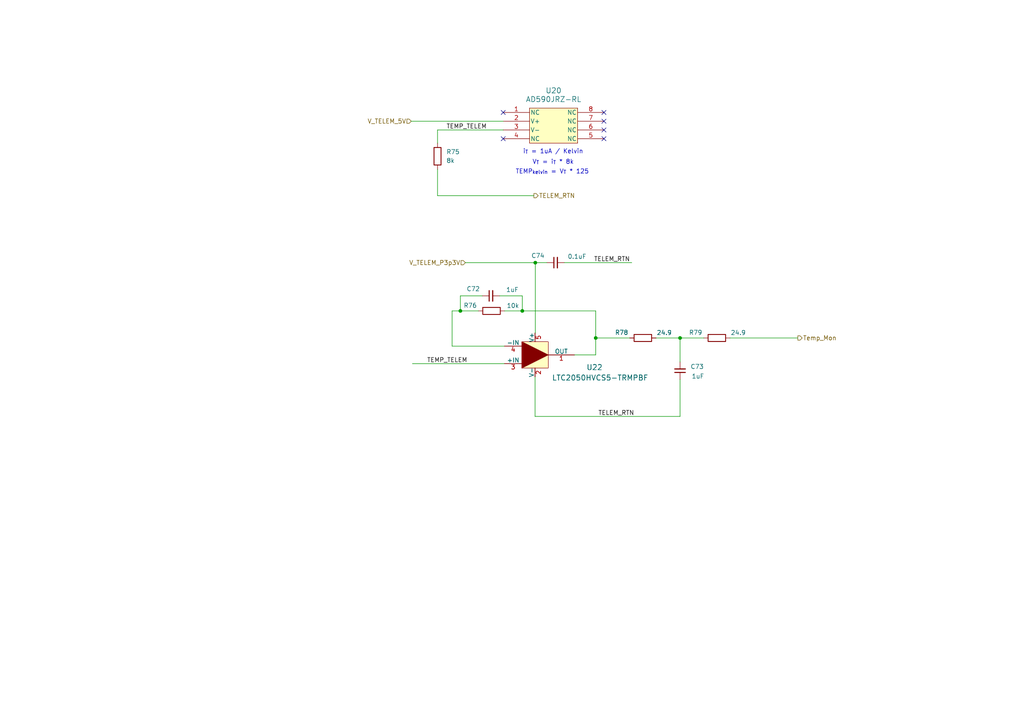
<source format=kicad_sch>
(kicad_sch
	(version 20250114)
	(generator "eeschema")
	(generator_version "9.0")
	(uuid "f25a1726-2580-45b1-b447-92995494e2ca")
	(paper "A4")
	(lib_symbols
		(symbol "Analog_Dev:AD590JRZ-RL"
			(pin_names
				(offset 0.254)
			)
			(exclude_from_sim no)
			(in_bom yes)
			(on_board yes)
			(property "Reference" "U"
				(at 14.986 5.588 0)
				(effects
					(font
						(size 1.524 1.524)
					)
				)
			)
			(property "Value" "AD590JRZ-RL"
				(at 14.986 3.048 0)
				(effects
					(font
						(size 1.524 1.524)
					)
				)
			)
			(property "Footprint" "R_8_ADI"
				(at 0 0 0)
				(effects
					(font
						(size 1.27 1.27)
						(italic yes)
					)
					(hide yes)
				)
			)
			(property "Datasheet" "AD590JRZ-RL"
				(at 0 0 0)
				(effects
					(font
						(size 1.27 1.27)
						(italic yes)
					)
					(hide yes)
				)
			)
			(property "Description" ""
				(at 0 0 0)
				(effects
					(font
						(size 1.27 1.27)
					)
					(hide yes)
				)
			)
			(property "ki_locked" ""
				(at 0 0 0)
				(effects
					(font
						(size 1.27 1.27)
					)
				)
			)
			(property "ki_keywords" "AD590JRZ-RL"
				(at 0 0 0)
				(effects
					(font
						(size 1.27 1.27)
					)
					(hide yes)
				)
			)
			(property "ki_fp_filters" "R_8_ADI R_8_ADI-M R_8_ADI-L"
				(at 0 0 0)
				(effects
					(font
						(size 1.27 1.27)
					)
					(hide yes)
				)
			)
			(symbol "AD590JRZ-RL_0_1"
				(pin unspecified line
					(at 0 0 0)
					(length 7.62)
					(name "NC"
						(effects
							(font
								(size 1.27 1.27)
							)
						)
					)
					(number "1"
						(effects
							(font
								(size 1.27 1.27)
							)
						)
					)
				)
				(pin unspecified line
					(at 0 -2.54 0)
					(length 7.62)
					(name "V+"
						(effects
							(font
								(size 1.27 1.27)
							)
						)
					)
					(number "2"
						(effects
							(font
								(size 1.27 1.27)
							)
						)
					)
				)
				(pin unspecified line
					(at 0 -5.08 0)
					(length 7.62)
					(name "V-"
						(effects
							(font
								(size 1.27 1.27)
							)
						)
					)
					(number "3"
						(effects
							(font
								(size 1.27 1.27)
							)
						)
					)
				)
				(pin unspecified line
					(at 0 -7.62 0)
					(length 7.62)
					(name "NC"
						(effects
							(font
								(size 1.27 1.27)
							)
						)
					)
					(number "4"
						(effects
							(font
								(size 1.27 1.27)
							)
						)
					)
				)
				(pin unspecified line
					(at 29.21 0 180)
					(length 7.62)
					(name "NC"
						(effects
							(font
								(size 1.27 1.27)
							)
						)
					)
					(number "8"
						(effects
							(font
								(size 1.27 1.27)
							)
						)
					)
				)
				(pin unspecified line
					(at 29.21 -2.54 180)
					(length 7.62)
					(name "NC"
						(effects
							(font
								(size 1.27 1.27)
							)
						)
					)
					(number "7"
						(effects
							(font
								(size 1.27 1.27)
							)
						)
					)
				)
				(pin unspecified line
					(at 29.21 -5.08 180)
					(length 7.62)
					(name "NC"
						(effects
							(font
								(size 1.27 1.27)
							)
						)
					)
					(number "6"
						(effects
							(font
								(size 1.27 1.27)
							)
						)
					)
				)
				(pin unspecified line
					(at 29.21 -7.62 180)
					(length 7.62)
					(name "NC"
						(effects
							(font
								(size 1.27 1.27)
							)
						)
					)
					(number "5"
						(effects
							(font
								(size 1.27 1.27)
							)
						)
					)
				)
			)
			(symbol "AD590JRZ-RL_1_1"
				(rectangle
					(start 7.62 1.27)
					(end 21.59 -8.89)
					(stroke
						(width 0)
						(type default)
					)
					(fill
						(type background)
					)
				)
			)
			(embedded_fonts no)
		)
		(symbol "Analog_Dev:LTC2050HVCS5-TRMPBF"
			(pin_names
				(offset 0)
			)
			(exclude_from_sim no)
			(in_bom yes)
			(on_board yes)
			(property "Reference" "U"
				(at 7.366 -2.54 0)
				(effects
					(font
						(size 1.524 1.524)
					)
				)
			)
			(property "Value" "LTC2050HVCS5-TRMPBF"
				(at 20.32 -5.334 0)
				(effects
					(font
						(size 1.524 1.524)
					)
				)
			)
			(property "Footprint" "S_5_ADI"
				(at 19.558 -11.176 0)
				(effects
					(font
						(size 1.27 1.27)
						(italic yes)
					)
					(hide yes)
				)
			)
			(property "Datasheet" "LTC2050HVCS5-TRMPBF"
				(at 20.066 -8.382 0)
				(effects
					(font
						(size 1.27 1.27)
						(italic yes)
					)
					(hide yes)
				)
			)
			(property "Description" ""
				(at 0 0 0)
				(effects
					(font
						(size 1.27 1.27)
					)
					(hide yes)
				)
			)
			(property "ki_keywords" "LTC2050HVCS5#TRMPBF"
				(at 0 0 0)
				(effects
					(font
						(size 1.27 1.27)
					)
					(hide yes)
				)
			)
			(property "ki_fp_filters" "S_5_ADI"
				(at 0 0 0)
				(effects
					(font
						(size 1.27 1.27)
					)
					(hide yes)
				)
			)
			(symbol "LTC2050HVCS5-TRMPBF_1_1"
				(rectangle
					(start 0 7.62)
					(end 7.62 0)
					(stroke
						(width 0)
						(type default)
					)
					(fill
						(type background)
					)
				)
				(polyline
					(pts
						(xy 0 0) (xy 0 7.62) (xy 7.62 3.81) (xy 0 0)
					)
					(stroke
						(width 0)
						(type default)
					)
					(fill
						(type outline)
					)
				)
				(pin input line
					(at -5.08 6.35 0)
					(length 5.08)
					(name "-IN"
						(effects
							(font
								(size 1.27 1.27)
							)
						)
					)
					(number "4"
						(effects
							(font
								(size 1.27 1.27)
							)
						)
					)
				)
				(pin input line
					(at -5.08 1.27 0)
					(length 5.08)
					(name "+IN"
						(effects
							(font
								(size 1.27 1.27)
							)
						)
					)
					(number "3"
						(effects
							(font
								(size 1.27 1.27)
							)
						)
					)
				)
				(pin power_in line
					(at 3.81 10.16 270)
					(length 2.54)
					(name "V+"
						(effects
							(font
								(size 1.27 1.27)
							)
						)
					)
					(number "5"
						(effects
							(font
								(size 1.27 1.27)
							)
						)
					)
				)
				(pin power_in line
					(at 3.81 -2.54 90)
					(length 2.54)
					(name "V-"
						(effects
							(font
								(size 1.27 1.27)
							)
						)
					)
					(number "2"
						(effects
							(font
								(size 1.27 1.27)
							)
						)
					)
				)
				(pin output line
					(at 15.24 3.81 180)
					(length 7.62)
					(name "OUT"
						(effects
							(font
								(size 1.27 1.27)
							)
						)
					)
					(number "1"
						(effects
							(font
								(size 1.27 1.27)
							)
						)
					)
				)
			)
			(embedded_fonts no)
		)
		(symbol "Device:C_Small"
			(pin_numbers
				(hide yes)
			)
			(pin_names
				(offset 0.254)
				(hide yes)
			)
			(exclude_from_sim no)
			(in_bom yes)
			(on_board yes)
			(property "Reference" "C"
				(at 0.254 1.778 0)
				(effects
					(font
						(size 1.27 1.27)
					)
					(justify left)
				)
			)
			(property "Value" "C_Small"
				(at 0.254 -2.032 0)
				(effects
					(font
						(size 1.27 1.27)
					)
					(justify left)
				)
			)
			(property "Footprint" ""
				(at 0 0 0)
				(effects
					(font
						(size 1.27 1.27)
					)
					(hide yes)
				)
			)
			(property "Datasheet" "~"
				(at 0 0 0)
				(effects
					(font
						(size 1.27 1.27)
					)
					(hide yes)
				)
			)
			(property "Description" "Unpolarized capacitor, small symbol"
				(at 0 0 0)
				(effects
					(font
						(size 1.27 1.27)
					)
					(hide yes)
				)
			)
			(property "ki_keywords" "capacitor cap"
				(at 0 0 0)
				(effects
					(font
						(size 1.27 1.27)
					)
					(hide yes)
				)
			)
			(property "ki_fp_filters" "C_*"
				(at 0 0 0)
				(effects
					(font
						(size 1.27 1.27)
					)
					(hide yes)
				)
			)
			(symbol "C_Small_0_1"
				(polyline
					(pts
						(xy -1.524 0.508) (xy 1.524 0.508)
					)
					(stroke
						(width 0.3048)
						(type default)
					)
					(fill
						(type none)
					)
				)
				(polyline
					(pts
						(xy -1.524 -0.508) (xy 1.524 -0.508)
					)
					(stroke
						(width 0.3302)
						(type default)
					)
					(fill
						(type none)
					)
				)
			)
			(symbol "C_Small_1_1"
				(pin passive line
					(at 0 2.54 270)
					(length 2.032)
					(name "~"
						(effects
							(font
								(size 1.27 1.27)
							)
						)
					)
					(number "1"
						(effects
							(font
								(size 1.27 1.27)
							)
						)
					)
				)
				(pin passive line
					(at 0 -2.54 90)
					(length 2.032)
					(name "~"
						(effects
							(font
								(size 1.27 1.27)
							)
						)
					)
					(number "2"
						(effects
							(font
								(size 1.27 1.27)
							)
						)
					)
				)
			)
			(embedded_fonts no)
		)
		(symbol "Device:R"
			(pin_numbers
				(hide yes)
			)
			(pin_names
				(offset 0)
			)
			(exclude_from_sim no)
			(in_bom yes)
			(on_board yes)
			(property "Reference" "R"
				(at 2.032 0 90)
				(effects
					(font
						(size 1.27 1.27)
					)
				)
			)
			(property "Value" "R"
				(at 0 0 90)
				(effects
					(font
						(size 1.27 1.27)
					)
				)
			)
			(property "Footprint" ""
				(at -1.778 0 90)
				(effects
					(font
						(size 1.27 1.27)
					)
					(hide yes)
				)
			)
			(property "Datasheet" "~"
				(at 0 0 0)
				(effects
					(font
						(size 1.27 1.27)
					)
					(hide yes)
				)
			)
			(property "Description" "Resistor"
				(at 0 0 0)
				(effects
					(font
						(size 1.27 1.27)
					)
					(hide yes)
				)
			)
			(property "ki_keywords" "R res resistor"
				(at 0 0 0)
				(effects
					(font
						(size 1.27 1.27)
					)
					(hide yes)
				)
			)
			(property "ki_fp_filters" "R_*"
				(at 0 0 0)
				(effects
					(font
						(size 1.27 1.27)
					)
					(hide yes)
				)
			)
			(symbol "R_0_1"
				(rectangle
					(start -1.016 -2.54)
					(end 1.016 2.54)
					(stroke
						(width 0.254)
						(type default)
					)
					(fill
						(type none)
					)
				)
			)
			(symbol "R_1_1"
				(pin passive line
					(at 0 3.81 270)
					(length 1.27)
					(name "~"
						(effects
							(font
								(size 1.27 1.27)
							)
						)
					)
					(number "1"
						(effects
							(font
								(size 1.27 1.27)
							)
						)
					)
				)
				(pin passive line
					(at 0 -3.81 90)
					(length 1.27)
					(name "~"
						(effects
							(font
								(size 1.27 1.27)
							)
						)
					)
					(number "2"
						(effects
							(font
								(size 1.27 1.27)
							)
						)
					)
				)
			)
			(embedded_fonts no)
		)
	)
	(text "i_{T} = 1uA / Kelvin"
		(exclude_from_sim no)
		(at 160.4318 44.048 0)
		(effects
			(font
				(size 1.27 1.27)
			)
		)
		(uuid "5e49f571-0a7f-441a-ba80-e383b169ca47")
	)
	(text "TEMP_{kelvin} = V_{T} * 125"
		(exclude_from_sim no)
		(at 160.1778 49.89 0)
		(effects
			(font
				(size 1.27 1.27)
			)
		)
		(uuid "737629a3-6258-4f0a-85e1-9df716d5e3e1")
	)
	(text "V_{T} = i_{T} * 8k"
		(exclude_from_sim no)
		(at 160.4318 47.096 0)
		(effects
			(font
				(size 1.27 1.27)
			)
		)
		(uuid "c542ff40-e82c-4300-bd38-d5757c7e83c3")
	)
	(junction
		(at 151.4864 90.1793)
		(diameter 0)
		(color 0 0 0 0)
		(uuid "124b70f6-fd32-47c9-84c2-6d06e8637590")
	)
	(junction
		(at 197.2441 98.0288)
		(diameter 0)
		(color 0 0 0 0)
		(uuid "3a4ab41d-75d5-4fef-a937-fa8eb7bb4efd")
	)
	(junction
		(at 133.5254 90.1793)
		(diameter 0)
		(color 0 0 0 0)
		(uuid "5a9756d3-8efc-4798-a68d-59408a61a18a")
	)
	(junction
		(at 155.2613 76.188)
		(diameter 0)
		(color 0 0 0 0)
		(uuid "75c1333e-d1c3-4d64-bc00-861950df6aaf")
	)
	(junction
		(at 172.7848 98.0288)
		(diameter 0)
		(color 0 0 0 0)
		(uuid "77db3f3c-aac0-4a19-a984-e457f8fedbf4")
	)
	(no_connect
		(at 175.1638 35.158)
		(uuid "0a887caa-fd77-4a4f-90fa-733f4a051a68")
	)
	(no_connect
		(at 175.1638 32.618)
		(uuid "0f2ff338-965a-49c3-bddc-be33947c288a")
	)
	(no_connect
		(at 175.1638 37.698)
		(uuid "1e0da39a-5380-4f1c-b05a-0827b54dbc71")
	)
	(no_connect
		(at 175.1638 40.238)
		(uuid "4cc21fe2-12e8-4830-ab53-14ca340f7fe8")
	)
	(no_connect
		(at 145.9538 40.238)
		(uuid "717b219c-27aa-4e39-aecd-6383a4ce1ff7")
	)
	(no_connect
		(at 145.9538 32.618)
		(uuid "89b04dbb-2812-4139-8cb2-bae79e9f536e")
	)
	(wire
		(pts
			(xy 166.6217 102.9371) (xy 172.7848 102.9371)
		)
		(stroke
			(width 0)
			(type default)
		)
		(uuid "01a22e4f-f76e-487d-8a6d-8667d0bfd1fa")
	)
	(wire
		(pts
			(xy 190.2685 98.0288) (xy 197.2441 98.0288)
		)
		(stroke
			(width 0)
			(type default)
		)
		(uuid "04ef2d01-5417-457d-946d-a321b2334f7c")
	)
	(wire
		(pts
			(xy 131.1286 90.1793) (xy 131.1286 100.3971)
		)
		(stroke
			(width 0)
			(type default)
		)
		(uuid "0a27e791-d7a4-4f9b-a9d9-8b42fc78eb81")
	)
	(wire
		(pts
			(xy 133.5254 90.1793) (xy 133.5254 85.8171)
		)
		(stroke
			(width 0)
			(type default)
		)
		(uuid "0dac3f8b-e076-4050-b94c-e1924b97667d")
	)
	(wire
		(pts
			(xy 126.9038 49.128) (xy 126.9038 56.748)
		)
		(stroke
			(width 0)
			(type default)
		)
		(uuid "0e3492e8-0498-4be0-a8e4-832ab6e20707")
	)
	(wire
		(pts
			(xy 126.9038 56.748) (xy 154.8438 56.748)
		)
		(stroke
			(width 0)
			(type default)
		)
		(uuid "1f7c36a8-801f-49d7-8114-522c85b10ed2")
	)
	(wire
		(pts
			(xy 144.9335 85.8171) (xy 151.4864 85.8171)
		)
		(stroke
			(width 0)
			(type default)
		)
		(uuid "2bcec13d-fd89-47e4-9edd-be83be74c5a4")
	)
	(wire
		(pts
			(xy 172.7848 98.0288) (xy 182.6485 98.0288)
		)
		(stroke
			(width 0)
			(type default)
		)
		(uuid "3c01e4e8-b4fc-4ca9-9854-ceaa0c8744c4")
	)
	(wire
		(pts
			(xy 155.1917 120.7863) (xy 155.1917 109.2871)
		)
		(stroke
			(width 0)
			(type default)
		)
		(uuid "44adb7f0-d27c-4f82-ab2e-1c48478bded8")
	)
	(wire
		(pts
			(xy 146.3017 105.4771) (xy 119.6091 105.4771)
		)
		(stroke
			(width 0)
			(type default)
		)
		(uuid "459c0676-867e-452c-93c1-d02857232637")
	)
	(wire
		(pts
			(xy 197.2441 110.06) (xy 197.2441 120.7863)
		)
		(stroke
			(width 0)
			(type default)
		)
		(uuid "4bd7af88-c9d8-40f1-86d6-af74f773e8cc")
	)
	(wire
		(pts
			(xy 146.3722 90.1793) (xy 151.4864 90.1793)
		)
		(stroke
			(width 0)
			(type default)
		)
		(uuid "4dc961f6-aa98-450f-b88e-d08ef722944a")
	)
	(wire
		(pts
			(xy 172.7848 98.0288) (xy 172.7848 90.1793)
		)
		(stroke
			(width 0)
			(type default)
		)
		(uuid "69600df5-43f3-4f84-897a-1a95702bd658")
	)
	(wire
		(pts
			(xy 172.7848 102.9371) (xy 172.7848 98.0288)
		)
		(stroke
			(width 0)
			(type default)
		)
		(uuid "6f4111cb-e99c-4f1d-bb5e-97e304bccbf9")
	)
	(wire
		(pts
			(xy 163.6974 76.176) (xy 183.2438 76.176)
		)
		(stroke
			(width 0)
			(type default)
		)
		(uuid "74453b8b-47f9-4e15-8f84-516195cfffd7")
	)
	(wire
		(pts
			(xy 197.2441 120.7863) (xy 155.1917 120.7863)
		)
		(stroke
			(width 0)
			(type default)
		)
		(uuid "87eeadf5-a056-4dfe-a494-cb70d689e9c4")
	)
	(wire
		(pts
			(xy 155.1917 96.5871) (xy 155.2613 96.5871)
		)
		(stroke
			(width 0)
			(type default)
		)
		(uuid "9a07f49d-4209-410b-aa41-ad2f6e2066c8")
	)
	(wire
		(pts
			(xy 133.5254 90.1793) (xy 131.1286 90.1793)
		)
		(stroke
			(width 0)
			(type default)
		)
		(uuid "a2eb46e7-45fc-497e-8ce8-d9a6c8d04249")
	)
	(wire
		(pts
			(xy 155.2613 76.176) (xy 155.2613 76.188)
		)
		(stroke
			(width 0)
			(type default)
		)
		(uuid "adc563d4-559f-4624-8d68-f1f2c9179b8e")
	)
	(wire
		(pts
			(xy 119.2838 35.158) (xy 145.9538 35.158)
		)
		(stroke
			(width 0)
			(type default)
		)
		(uuid "b4562240-3edb-4a40-aa4d-a73053a3bad7")
	)
	(wire
		(pts
			(xy 134.9845 76.188) (xy 155.2613 76.188)
		)
		(stroke
			(width 0)
			(type default)
		)
		(uuid "b66eed57-be28-44c0-a703-06cc38d1ad4b")
	)
	(wire
		(pts
			(xy 138.7522 90.1793) (xy 133.5254 90.1793)
		)
		(stroke
			(width 0)
			(type default)
		)
		(uuid "b6bcff4b-09d3-460f-9204-d609495b40a6")
	)
	(wire
		(pts
			(xy 155.2613 96.5871) (xy 155.2613 76.188)
		)
		(stroke
			(width 0)
			(type default)
		)
		(uuid "b97dce54-0cb6-472a-bcba-e8d5d82e5e5b")
	)
	(wire
		(pts
			(xy 151.4864 90.1793) (xy 172.7848 90.1793)
		)
		(stroke
			(width 0)
			(type default)
		)
		(uuid "be70e960-d78c-4335-8947-fabfb4e85787")
	)
	(wire
		(pts
			(xy 126.9038 37.698) (xy 145.9538 37.698)
		)
		(stroke
			(width 0)
			(type default)
		)
		(uuid "c1db1378-cb0a-47de-8261-68ca27e4c4b7")
	)
	(wire
		(pts
			(xy 126.9038 41.508) (xy 126.9038 37.698)
		)
		(stroke
			(width 0)
			(type default)
		)
		(uuid "db30a513-8829-430f-95f4-a46886ffdc7a")
	)
	(wire
		(pts
			(xy 197.2441 98.0288) (xy 204.1118 98.0288)
		)
		(stroke
			(width 0)
			(type default)
		)
		(uuid "dcf0bdb5-95f6-4a6e-9fc0-8604d93791e5")
	)
	(wire
		(pts
			(xy 133.5254 85.8171) (xy 139.8535 85.8171)
		)
		(stroke
			(width 0)
			(type default)
		)
		(uuid "e0492aa7-a00a-40af-8f0d-b6a88fd8d517")
	)
	(wire
		(pts
			(xy 158.6174 76.176) (xy 155.2613 76.176)
		)
		(stroke
			(width 0)
			(type default)
		)
		(uuid "e937bfb2-5db3-4330-b4bf-af1b45498dbe")
	)
	(wire
		(pts
			(xy 131.1286 100.3971) (xy 146.3017 100.3971)
		)
		(stroke
			(width 0)
			(type default)
		)
		(uuid "ee5a3502-0747-4f0c-89ff-124c7ba1264e")
	)
	(wire
		(pts
			(xy 197.2441 98.0288) (xy 197.2441 104.98)
		)
		(stroke
			(width 0)
			(type default)
		)
		(uuid "f6709d64-9a9b-464a-854f-36e9d4aa5533")
	)
	(wire
		(pts
			(xy 151.4864 85.8171) (xy 151.4864 90.1793)
		)
		(stroke
			(width 0)
			(type default)
		)
		(uuid "f7445101-9d62-444b-9b2b-ddb7ed27cc3e")
	)
	(wire
		(pts
			(xy 211.7318 98.0288) (xy 231.4013 98.0288)
		)
		(stroke
			(width 0)
			(type default)
		)
		(uuid "ff21e493-a42d-495a-9b93-fceab717e982")
	)
	(label "TEMP_TELEM"
		(at 123.8154 105.4771 0)
		(effects
			(font
				(size 1.27 1.27)
			)
			(justify left bottom)
		)
		(uuid "2ef35e84-38bd-47bc-b8e1-dd1c03387284")
	)
	(label "TELEM_RTN"
		(at 172.2426 76.176 0)
		(effects
			(font
				(size 1.27 1.27)
			)
			(justify left bottom)
		)
		(uuid "d6e81a06-a22b-4fb7-a6e7-5994c9634284")
	)
	(label "TELEM_RTN"
		(at 173.4889 120.7863 0)
		(effects
			(font
				(size 1.27 1.27)
			)
			(justify left bottom)
		)
		(uuid "ec203b7f-4e64-4f30-b3ac-1a3d1d96abe0")
	)
	(label "TEMP_TELEM"
		(at 129.4438 37.698 0)
		(effects
			(font
				(size 1.27 1.27)
			)
			(justify left bottom)
		)
		(uuid "ee059ea4-504a-45d7-9de6-fcaf3d7e6614")
	)
	(hierarchical_label "V_TELEM_P3p3V"
		(shape input)
		(at 134.9845 76.188 180)
		(effects
			(font
				(size 1.27 1.27)
			)
			(justify right)
		)
		(uuid "6de1bdcc-cb8d-4e32-ba10-e29b1377590d")
	)
	(hierarchical_label "TELEM_RTN"
		(shape output)
		(at 154.8438 56.748 0)
		(effects
			(font
				(size 1.27 1.27)
			)
			(justify left)
		)
		(uuid "6e5dd657-79ae-444c-83e2-a081b6108f41")
	)
	(hierarchical_label "V_TELEM_5V"
		(shape input)
		(at 119.2838 35.158 180)
		(effects
			(font
				(size 1.27 1.27)
			)
			(justify right)
		)
		(uuid "77b0e5f1-323e-42e7-88ec-bd938feb3b10")
	)
	(hierarchical_label "Temp_Mon"
		(shape output)
		(at 231.4013 98.0288 0)
		(effects
			(font
				(size 1.27 1.27)
			)
			(justify left)
		)
		(uuid "ceb5b8a6-81e0-4697-a358-f013ccb3adb4")
	)
	(symbol
		(lib_id "Analog_Dev:AD590JRZ-RL")
		(at 145.9538 32.618 0)
		(unit 1)
		(exclude_from_sim no)
		(in_bom yes)
		(on_board yes)
		(dnp no)
		(fields_autoplaced yes)
		(uuid "1cbe1efc-6033-4ccb-9c59-0712d3cdf73d")
		(property "Reference" "U20"
			(at 160.5588 26.268 0)
			(effects
				(font
					(size 1.524 1.524)
				)
			)
		)
		(property "Value" "AD590JRZ-RL"
			(at 160.5588 28.808 0)
			(effects
				(font
					(size 1.524 1.524)
				)
			)
		)
		(property "Footprint" "Analog_Devices:R_8_ADI"
			(at 145.9538 32.618 0)
			(effects
				(font
					(size 1.27 1.27)
					(italic yes)
				)
				(hide yes)
			)
		)
		(property "Datasheet" "AD590JRZ-RL"
			(at 145.9538 32.618 0)
			(effects
				(font
					(size 1.27 1.27)
					(italic yes)
				)
				(hide yes)
			)
		)
		(property "Description" "Temperature Sensor Analog, Local -40°C ~ 125°C 8-SOIC"
			(at 145.9538 32.618 0)
			(effects
				(font
					(size 1.27 1.27)
				)
				(hide yes)
			)
		)
		(property "Dist. Part Num" "AD590JRZ-ND"
			(at 145.9538 32.618 0)
			(effects
				(font
					(size 1.27 1.27)
				)
				(hide yes)
			)
		)
		(property "Distributor" "Digi-Key"
			(at 145.9538 32.618 0)
			(effects
				(font
					(size 1.27 1.27)
				)
				(hide yes)
			)
		)
		(property "Man. Part Num" "AD590JRZ"
			(at 145.9538 32.618 0)
			(effects
				(font
					(size 1.27 1.27)
				)
				(hide yes)
			)
		)
		(property "Manufacturer" "Analog Devices Inc."
			(at 145.9538 32.618 0)
			(effects
				(font
					(size 1.27 1.27)
				)
				(hide yes)
			)
		)
		(property "Package" "8-SOIC"
			(at 145.9538 32.618 0)
			(effects
				(font
					(size 1.27 1.27)
				)
				(hide yes)
			)
		)
		(property "Part Type" "SMD"
			(at 145.9538 32.618 0)
			(effects
				(font
					(size 1.27 1.27)
				)
				(hide yes)
			)
		)
		(pin "1"
			(uuid "8dd9489f-e7c1-482f-a577-814ec0d2a875")
		)
		(pin "4"
			(uuid "e457a5e5-111e-4e19-8a1f-2bce687fd0b0")
		)
		(pin "8"
			(uuid "a866f12e-28d9-453e-a36f-7674b44a11c6")
		)
		(pin "2"
			(uuid "cb72d2b8-758b-4097-9674-0c3f7a12fa3c")
		)
		(pin "3"
			(uuid "f4381e52-3f14-4ae4-bd57-eac88b5c1320")
		)
		(pin "6"
			(uuid "de8f9bad-37d7-42d9-bb0f-31231c3f4528")
		)
		(pin "7"
			(uuid "26f32ed4-21c4-4ca2-9437-c255bec86ee9")
		)
		(pin "5"
			(uuid "a87fd0aa-de2f-40d6-a0f3-25f0935def87")
		)
		(instances
			(project "TPC_Warm_Shaper"
				(path "/38bcebbd-10a1-47e0-b943-f959cfcb45e4/95c5cc52-e408-4e51-99e2-5e344727e9d8/6de5b0ce-9b29-4d95-a194-4810349d92da"
					(reference "U20")
					(unit 1)
				)
			)
		)
	)
	(symbol
		(lib_id "Device:C_Small")
		(at 142.3935 85.8171 90)
		(unit 1)
		(exclude_from_sim no)
		(in_bom yes)
		(on_board yes)
		(dnp no)
		(uuid "5976f0d3-160c-4bfc-9ff9-d375455511d9")
		(property "Reference" "C72"
			(at 137.2659 83.7909 90)
			(effects
				(font
					(size 1.27 1.27)
				)
			)
		)
		(property "Value" "1uF"
			(at 148.5962 84.0391 90)
			(effects
				(font
					(size 1.27 1.27)
				)
			)
		)
		(property "Footprint" "Capacitor_SMD:C_0402_1005Metric"
			(at 142.3935 85.8171 0)
			(effects
				(font
					(size 1.27 1.27)
				)
				(hide yes)
			)
		)
		(property "Datasheet" "~"
			(at 142.3935 85.8171 0)
			(effects
				(font
					(size 1.27 1.27)
				)
				(hide yes)
			)
		)
		(property "Description" "1 µF ±10% 25V Ceramic Capacitor X5R 0402 (1005 Metric)"
			(at 142.3935 85.8171 0)
			(effects
				(font
					(size 1.27 1.27)
				)
				(hide yes)
			)
		)
		(property "Dist. Part Num" "1276-1445-1-ND"
			(at 142.3935 85.8171 0)
			(effects
				(font
					(size 1.27 1.27)
				)
				(hide yes)
			)
		)
		(property "Distributor" "Digi-Key"
			(at 142.3935 85.8171 0)
			(effects
				(font
					(size 1.27 1.27)
				)
				(hide yes)
			)
		)
		(property "Man. Part Num" "CL05A105KA5NQNC"
			(at 142.3935 85.8171 0)
			(effects
				(font
					(size 1.27 1.27)
				)
				(hide yes)
			)
		)
		(property "Manufacturer" "Samsung Electro-Mechanics"
			(at 142.3935 85.8171 0)
			(effects
				(font
					(size 1.27 1.27)
				)
				(hide yes)
			)
		)
		(property "Package" "0402 (1005 Metric)"
			(at 142.3935 85.8171 0)
			(effects
				(font
					(size 1.27 1.27)
				)
				(hide yes)
			)
		)
		(property "Part Type" "SMD"
			(at 142.3935 85.8171 0)
			(effects
				(font
					(size 1.27 1.27)
				)
				(hide yes)
			)
		)
		(pin "2"
			(uuid "0c43be5f-f39b-43b8-9feb-a0a10d42685e")
		)
		(pin "1"
			(uuid "db16db7d-5c8e-46d0-8a0f-513badced090")
		)
		(instances
			(project "TPC_Warm_Shaper"
				(path "/38bcebbd-10a1-47e0-b943-f959cfcb45e4/95c5cc52-e408-4e51-99e2-5e344727e9d8/6de5b0ce-9b29-4d95-a194-4810349d92da"
					(reference "C72")
					(unit 1)
				)
			)
		)
	)
	(symbol
		(lib_id "Device:R")
		(at 186.4585 98.0288 90)
		(unit 1)
		(exclude_from_sim no)
		(in_bom yes)
		(on_board yes)
		(dnp no)
		(uuid "65cdc641-29fe-4bbc-9190-7a805e1a7a2b")
		(property "Reference" "R78"
			(at 180.2979 96.4469 90)
			(effects
				(font
					(size 1.27 1.27)
				)
			)
		)
		(property "Value" "24.9"
			(at 192.6653 96.4948 90)
			(effects
				(font
					(size 1.27 1.27)
				)
			)
		)
		(property "Footprint" "Resistor_SMD:R_0402_1005Metric"
			(at 186.4585 99.8068 90)
			(effects
				(font
					(size 1.27 1.27)
				)
				(hide yes)
			)
		)
		(property "Datasheet" "~"
			(at 186.4585 98.0288 0)
			(effects
				(font
					(size 1.27 1.27)
				)
				(hide yes)
			)
		)
		(property "Description" "24.9 Ohms ±1% 0.063W, 1/16W Chip Resistor 0402 (1005 Metric) Moisture Resistant Thick Film"
			(at 186.4585 98.0288 0)
			(effects
				(font
					(size 1.27 1.27)
				)
				(hide yes)
			)
		)
		(property "Distributor" "Digi-Key"
			(at 186.4585 98.0288 0)
			(effects
				(font
					(size 1.27 1.27)
				)
				(hide yes)
			)
		)
		(property "Package" "0402 (1005 Metric)"
			(at 186.4585 98.0288 0)
			(effects
				(font
					(size 1.27 1.27)
				)
				(hide yes)
			)
		)
		(property "Part Type" "SMD"
			(at 186.4585 98.0288 0)
			(effects
				(font
					(size 1.27 1.27)
				)
				(hide yes)
			)
		)
		(property "Dist. Part Num" "311-24.9LRCT-ND"
			(at 186.4585 98.0288 0)
			(effects
				(font
					(size 1.27 1.27)
				)
				(hide yes)
			)
		)
		(property "Man. Part Num" "RC0402FR-0724R9L"
			(at 186.4585 98.0288 0)
			(effects
				(font
					(size 1.27 1.27)
				)
				(hide yes)
			)
		)
		(property "Manufacturer" "YAGEO"
			(at 186.4585 98.0288 0)
			(effects
				(font
					(size 1.27 1.27)
				)
				(hide yes)
			)
		)
		(pin "2"
			(uuid "777a40bd-9d3a-4133-bbe3-b6f6fc5a2c1d")
		)
		(pin "1"
			(uuid "4b4258e2-0db4-4ae1-87ed-81912a24787e")
		)
		(instances
			(project "TPC_Warm_Shaper"
				(path "/38bcebbd-10a1-47e0-b943-f959cfcb45e4/95c5cc52-e408-4e51-99e2-5e344727e9d8/6de5b0ce-9b29-4d95-a194-4810349d92da"
					(reference "R78")
					(unit 1)
				)
			)
		)
	)
	(symbol
		(lib_id "Device:R")
		(at 142.5622 90.1793 90)
		(unit 1)
		(exclude_from_sim no)
		(in_bom yes)
		(on_board yes)
		(dnp no)
		(uuid "67c33a64-35c4-4079-a04b-e8bc79f030ff")
		(property "Reference" "R76"
			(at 136.4016 88.5974 90)
			(effects
				(font
					(size 1.27 1.27)
				)
			)
		)
		(property "Value" "10k"
			(at 148.769 88.6453 90)
			(effects
				(font
					(size 1.27 1.27)
				)
			)
		)
		(property "Footprint" "Resistor_SMD:R_0402_1005Metric"
			(at 142.5622 91.9573 90)
			(effects
				(font
					(size 1.27 1.27)
				)
				(hide yes)
			)
		)
		(property "Datasheet" "~"
			(at 142.5622 90.1793 0)
			(effects
				(font
					(size 1.27 1.27)
				)
				(hide yes)
			)
		)
		(property "Description" "10 kOhms ±0.1% 0.063W, 1/16W Chip Resistor 0402 (1005 Metric) Automotive AEC-Q200 Thin Film"
			(at 142.5622 90.1793 0)
			(effects
				(font
					(size 1.27 1.27)
				)
				(hide yes)
			)
		)
		(property "Dist. Part Num" "P10KDCCT-ND"
			(at 142.5622 90.1793 0)
			(effects
				(font
					(size 1.27 1.27)
				)
				(hide yes)
			)
		)
		(property "Distributor" "Digi-Key"
			(at 142.5622 90.1793 0)
			(effects
				(font
					(size 1.27 1.27)
				)
				(hide yes)
			)
		)
		(property "Man. Part Num" "ERA-2AEB103X"
			(at 142.5622 90.1793 0)
			(effects
				(font
					(size 1.27 1.27)
				)
				(hide yes)
			)
		)
		(property "Manufacturer" "Panasonic Electronic Components"
			(at 142.5622 90.1793 0)
			(effects
				(font
					(size 1.27 1.27)
				)
				(hide yes)
			)
		)
		(property "Package" "0402 (1005 Metric)"
			(at 142.5622 90.1793 0)
			(effects
				(font
					(size 1.27 1.27)
				)
				(hide yes)
			)
		)
		(property "Part Type" "SMD"
			(at 142.5622 90.1793 0)
			(effects
				(font
					(size 1.27 1.27)
				)
				(hide yes)
			)
		)
		(pin "2"
			(uuid "e7f9ddfc-77dd-4200-bb9d-a46467c9da9e")
		)
		(pin "1"
			(uuid "22f8c736-77e9-44f6-94d5-d9b746460030")
		)
		(instances
			(project "TPC_Warm_Shaper"
				(path "/38bcebbd-10a1-47e0-b943-f959cfcb45e4/95c5cc52-e408-4e51-99e2-5e344727e9d8/6de5b0ce-9b29-4d95-a194-4810349d92da"
					(reference "R76")
					(unit 1)
				)
			)
		)
	)
	(symbol
		(lib_id "Analog_Dev:LTC2050HVCS5-TRMPBF")
		(at 151.3817 106.7471 0)
		(unit 1)
		(exclude_from_sim no)
		(in_bom yes)
		(on_board yes)
		(dnp no)
		(uuid "811ea6ae-e158-40ed-b8a9-94114f980adb")
		(property "Reference" "U22"
			(at 172.4373 106.5493 0)
			(effects
				(font
					(size 1.524 1.524)
				)
			)
		)
		(property "Value" "LTC2050HVCS5-TRMPBF"
			(at 174.0551 109.5693 0)
			(effects
				(font
					(size 1.524 1.524)
				)
			)
		)
		(property "Footprint" "Analog_Devices:S_5_ADI"
			(at 170.9397 117.9231 0)
			(effects
				(font
					(size 1.27 1.27)
					(italic yes)
				)
				(hide yes)
			)
		)
		(property "Datasheet" "LTC2050HVCS5-TRMPBF"
			(at 171.4477 115.1291 0)
			(effects
				(font
					(size 1.27 1.27)
					(italic yes)
				)
				(hide yes)
			)
		)
		(property "Description" "Zero-Drift Amplifier 1 Circuit Rail-to-Rail TSOT-23-5"
			(at 151.3817 106.7471 0)
			(effects
				(font
					(size 1.27 1.27)
				)
				(hide yes)
			)
		)
		(property "Dist. Part Num" "505-LTC2050HVCS5#TRMPBFCT-ND"
			(at 151.3817 106.7471 0)
			(effects
				(font
					(size 1.27 1.27)
				)
				(hide yes)
			)
		)
		(property "Distributor" "Digi-Key"
			(at 151.3817 106.7471 0)
			(effects
				(font
					(size 1.27 1.27)
				)
				(hide yes)
			)
		)
		(property "Man. Part Num" "LTC2050HVCS5#TRMPBF"
			(at 151.3817 106.7471 0)
			(effects
				(font
					(size 1.27 1.27)
				)
				(hide yes)
			)
		)
		(property "Manufacturer" "Analog Devices Inc."
			(at 151.3817 106.7471 0)
			(effects
				(font
					(size 1.27 1.27)
				)
				(hide yes)
			)
		)
		(property "Package" "TSOT-23-5"
			(at 151.3817 106.7471 0)
			(effects
				(font
					(size 1.27 1.27)
				)
				(hide yes)
			)
		)
		(property "Part Type" "SMD"
			(at 151.3817 106.7471 0)
			(effects
				(font
					(size 1.27 1.27)
				)
				(hide yes)
			)
		)
		(pin "4"
			(uuid "4baf6d9c-744f-4d28-8442-170538cab9ad")
		)
		(pin "2"
			(uuid "74e376c7-498b-4cdc-90b4-086cb9519d5f")
		)
		(pin "3"
			(uuid "f1d2603b-ddb6-4d30-9ec8-1965b4fe9dd9")
		)
		(pin "1"
			(uuid "7d242a9b-99cd-41bf-9867-f99cc31dc461")
		)
		(pin "5"
			(uuid "b0a02571-4cdd-4c64-b8ff-d64b6728321e")
		)
		(instances
			(project ""
				(path "/38bcebbd-10a1-47e0-b943-f959cfcb45e4/95c5cc52-e408-4e51-99e2-5e344727e9d8/6de5b0ce-9b29-4d95-a194-4810349d92da"
					(reference "U22")
					(unit 1)
				)
			)
		)
	)
	(symbol
		(lib_id "Device:C_Small")
		(at 161.1574 76.176 90)
		(unit 1)
		(exclude_from_sim no)
		(in_bom yes)
		(on_board yes)
		(dnp no)
		(uuid "ca9357ac-c986-44ee-9c34-12c24caaa28a")
		(property "Reference" "C74"
			(at 156.0298 74.1498 90)
			(effects
				(font
					(size 1.27 1.27)
				)
			)
		)
		(property "Value" "0.1uF"
			(at 167.3601 74.398 90)
			(effects
				(font
					(size 1.27 1.27)
				)
			)
		)
		(property "Footprint" "Capacitor_SMD:C_0402_1005Metric"
			(at 161.1574 76.176 0)
			(effects
				(font
					(size 1.27 1.27)
				)
				(hide yes)
			)
		)
		(property "Datasheet" "~"
			(at 161.1574 76.176 0)
			(effects
				(font
					(size 1.27 1.27)
				)
				(hide yes)
			)
		)
		(property "Description" "0.1 µF ±10% 25V Ceramic Capacitor X7R 0402 (1005 Metric)"
			(at 161.1574 76.176 0)
			(effects
				(font
					(size 1.27 1.27)
				)
				(hide yes)
			)
		)
		(property "Dist. Part Num" "1276-6720-1-ND"
			(at 161.1574 76.176 0)
			(effects
				(font
					(size 1.27 1.27)
				)
				(hide yes)
			)
		)
		(property "Distributor" "Digi-Key"
			(at 161.1574 76.176 0)
			(effects
				(font
					(size 1.27 1.27)
				)
				(hide yes)
			)
		)
		(property "Man. Part Num" "CL05B104KA5NNNC"
			(at 161.1574 76.176 0)
			(effects
				(font
					(size 1.27 1.27)
				)
				(hide yes)
			)
		)
		(property "Manufacturer" "Samsung Electro-Mechanics"
			(at 161.1574 76.176 0)
			(effects
				(font
					(size 1.27 1.27)
				)
				(hide yes)
			)
		)
		(property "Package" "0402 (1005 Metric)"
			(at 161.1574 76.176 0)
			(effects
				(font
					(size 1.27 1.27)
				)
				(hide yes)
			)
		)
		(property "Part Type" "SMD"
			(at 161.1574 76.176 0)
			(effects
				(font
					(size 1.27 1.27)
				)
				(hide yes)
			)
		)
		(pin "2"
			(uuid "d04047cd-1951-43fc-b7c4-d308cd290adf")
		)
		(pin "1"
			(uuid "debd506c-6329-4a34-821c-2571c31c53d5")
		)
		(instances
			(project "TPC_Warm_Shaper"
				(path "/38bcebbd-10a1-47e0-b943-f959cfcb45e4/95c5cc52-e408-4e51-99e2-5e344727e9d8/6de5b0ce-9b29-4d95-a194-4810349d92da"
					(reference "C74")
					(unit 1)
				)
			)
		)
	)
	(symbol
		(lib_id "Device:R")
		(at 207.9218 98.0288 90)
		(unit 1)
		(exclude_from_sim no)
		(in_bom yes)
		(on_board yes)
		(dnp no)
		(uuid "d87f204a-40d4-44c2-a865-3737149ffe95")
		(property "Reference" "R79"
			(at 201.7612 96.4469 90)
			(effects
				(font
					(size 1.27 1.27)
				)
			)
		)
		(property "Value" "24.9"
			(at 214.1286 96.4948 90)
			(effects
				(font
					(size 1.27 1.27)
				)
			)
		)
		(property "Footprint" "Resistor_SMD:R_0603_1608Metric"
			(at 207.9218 99.8068 90)
			(effects
				(font
					(size 1.27 1.27)
				)
				(hide yes)
			)
		)
		(property "Datasheet" "~"
			(at 207.9218 98.0288 0)
			(effects
				(font
					(size 1.27 1.27)
				)
				(hide yes)
			)
		)
		(property "Description" "24.9 Ohms ±1% 0.1W, 1/10W Chip Resistor 0603 (1608 Metric) Thin Film"
			(at 207.9218 98.0288 0)
			(effects
				(font
					(size 1.27 1.27)
				)
				(hide yes)
			)
		)
		(property "Distributor" "Digi-Key"
			(at 207.9218 98.0288 0)
			(effects
				(font
					(size 1.27 1.27)
				)
				(hide yes)
			)
		)
		(property "Package" "0603 (1608 Metric)"
			(at 207.9218 98.0288 0)
			(effects
				(font
					(size 1.27 1.27)
				)
				(hide yes)
			)
		)
		(property "Part Type" "SMD"
			(at 207.9218 98.0288 0)
			(effects
				(font
					(size 1.27 1.27)
				)
				(hide yes)
			)
		)
		(property "Dist. Part Num" "13-RT0603FRE0724R9LCT-ND"
			(at 207.9218 98.0288 0)
			(effects
				(font
					(size 1.27 1.27)
				)
				(hide yes)
			)
		)
		(property "Man. Part Num" "RT0603FRE0724R9L"
			(at 207.9218 98.0288 0)
			(effects
				(font
					(size 1.27 1.27)
				)
				(hide yes)
			)
		)
		(property "Manufacturer" "YAGEO"
			(at 207.9218 98.0288 0)
			(effects
				(font
					(size 1.27 1.27)
				)
				(hide yes)
			)
		)
		(pin "2"
			(uuid "b9c36248-881d-47b4-b2c9-9cbf8218b0b7")
		)
		(pin "1"
			(uuid "d03bb76a-b8c9-479d-8f3c-036d87112f8d")
		)
		(instances
			(project "TPC_Warm_Shaper"
				(path "/38bcebbd-10a1-47e0-b943-f959cfcb45e4/95c5cc52-e408-4e51-99e2-5e344727e9d8/6de5b0ce-9b29-4d95-a194-4810349d92da"
					(reference "R79")
					(unit 1)
				)
			)
		)
	)
	(symbol
		(lib_id "Device:R")
		(at 126.9038 45.318 0)
		(unit 1)
		(exclude_from_sim no)
		(in_bom yes)
		(on_board yes)
		(dnp no)
		(fields_autoplaced yes)
		(uuid "ee9a7ea6-df76-467a-b426-f03ee8a7d14d")
		(property "Reference" "R75"
			(at 129.4438 44.0479 0)
			(effects
				(font
					(size 1.27 1.27)
				)
				(justify left)
			)
		)
		(property "Value" "8k"
			(at 129.4438 46.5879 0)
			(effects
				(font
					(size 1.27 1.27)
				)
				(justify left)
			)
		)
		(property "Footprint" "Resistor_SMD:R_0603_1608Metric"
			(at 125.1258 45.318 90)
			(effects
				(font
					(size 1.27 1.27)
				)
				(hide yes)
			)
		)
		(property "Datasheet" "~"
			(at 126.9038 45.318 0)
			(effects
				(font
					(size 1.27 1.27)
				)
				(hide yes)
			)
		)
		(property "Description" "8 kOhms ±0.1% 0.1W, 1/10W Chip Resistor 0603 (1608 Metric) Thin Film"
			(at 126.9038 45.318 0)
			(effects
				(font
					(size 1.27 1.27)
				)
				(hide yes)
			)
		)
		(property "Distributor" "Digi-Key"
			(at 126.9038 45.318 0)
			(effects
				(font
					(size 1.27 1.27)
				)
				(hide yes)
			)
		)
		(property "Package" "0603 (1608 Metric)"
			(at 126.9038 45.318 0)
			(effects
				(font
					(size 1.27 1.27)
				)
				(hide yes)
			)
		)
		(property "Part Type" "SMD"
			(at 126.9038 45.318 0)
			(effects
				(font
					(size 1.27 1.27)
				)
				(hide yes)
			)
		)
		(property "Dist. Part Num" "13-RT0603BRE078KLCT-ND"
			(at 126.9038 45.318 0)
			(effects
				(font
					(size 1.27 1.27)
				)
				(hide yes)
			)
		)
		(property "Man. Part Num" "RT0603BRE078KL"
			(at 126.9038 45.318 0)
			(effects
				(font
					(size 1.27 1.27)
				)
				(hide yes)
			)
		)
		(property "Manufacturer" "YAGEO"
			(at 126.9038 45.318 0)
			(effects
				(font
					(size 1.27 1.27)
				)
				(hide yes)
			)
		)
		(pin "2"
			(uuid "3dad2109-09c5-4745-ae08-a5dfa9733848")
		)
		(pin "1"
			(uuid "1baa574a-d2a5-4c86-9c11-febe4cce1293")
		)
		(instances
			(project "TPC_Warm_Shaper"
				(path "/38bcebbd-10a1-47e0-b943-f959cfcb45e4/95c5cc52-e408-4e51-99e2-5e344727e9d8/6de5b0ce-9b29-4d95-a194-4810349d92da"
					(reference "R75")
					(unit 1)
				)
			)
		)
	)
	(symbol
		(lib_id "Device:C_Small")
		(at 197.2441 107.52 180)
		(unit 1)
		(exclude_from_sim no)
		(in_bom yes)
		(on_board yes)
		(dnp no)
		(uuid "f1f80f0f-6eb8-4a22-82f3-c4b21d614a17")
		(property "Reference" "C73"
			(at 202.2054 106.3336 0)
			(effects
				(font
					(size 1.27 1.27)
				)
			)
		)
		(property "Value" "1uF"
			(at 202.4212 109.1379 0)
			(effects
				(font
					(size 1.27 1.27)
				)
			)
		)
		(property "Footprint" "Capacitor_SMD:C_0402_1005Metric"
			(at 197.2441 107.52 0)
			(effects
				(font
					(size 1.27 1.27)
				)
				(hide yes)
			)
		)
		(property "Datasheet" "~"
			(at 197.2441 107.52 0)
			(effects
				(font
					(size 1.27 1.27)
				)
				(hide yes)
			)
		)
		(property "Description" "1 µF ±10% 25V Ceramic Capacitor X5R 0402 (1005 Metric)"
			(at 197.2441 107.52 0)
			(effects
				(font
					(size 1.27 1.27)
				)
				(hide yes)
			)
		)
		(property "Dist. Part Num" "1276-1445-1-ND"
			(at 197.2441 107.52 0)
			(effects
				(font
					(size 1.27 1.27)
				)
				(hide yes)
			)
		)
		(property "Distributor" "Digi-Key"
			(at 197.2441 107.52 0)
			(effects
				(font
					(size 1.27 1.27)
				)
				(hide yes)
			)
		)
		(property "Man. Part Num" "CL05A105KA5NQNC"
			(at 197.2441 107.52 0)
			(effects
				(font
					(size 1.27 1.27)
				)
				(hide yes)
			)
		)
		(property "Manufacturer" "Samsung Electro-Mechanics"
			(at 197.2441 107.52 0)
			(effects
				(font
					(size 1.27 1.27)
				)
				(hide yes)
			)
		)
		(property "Package" "0402 (1005 Metric)"
			(at 197.2441 107.52 0)
			(effects
				(font
					(size 1.27 1.27)
				)
				(hide yes)
			)
		)
		(property "Part Type" "SMD"
			(at 197.2441 107.52 0)
			(effects
				(font
					(size 1.27 1.27)
				)
				(hide yes)
			)
		)
		(pin "2"
			(uuid "8529c7b0-46d0-4893-a717-4bcf467258b1")
		)
		(pin "1"
			(uuid "481f0b76-c1e2-4c63-9c2a-93f4feb4c5bd")
		)
		(instances
			(project "TPC_Warm_Shaper"
				(path "/38bcebbd-10a1-47e0-b943-f959cfcb45e4/95c5cc52-e408-4e51-99e2-5e344727e9d8/6de5b0ce-9b29-4d95-a194-4810349d92da"
					(reference "C73")
					(unit 1)
				)
			)
		)
	)
)

</source>
